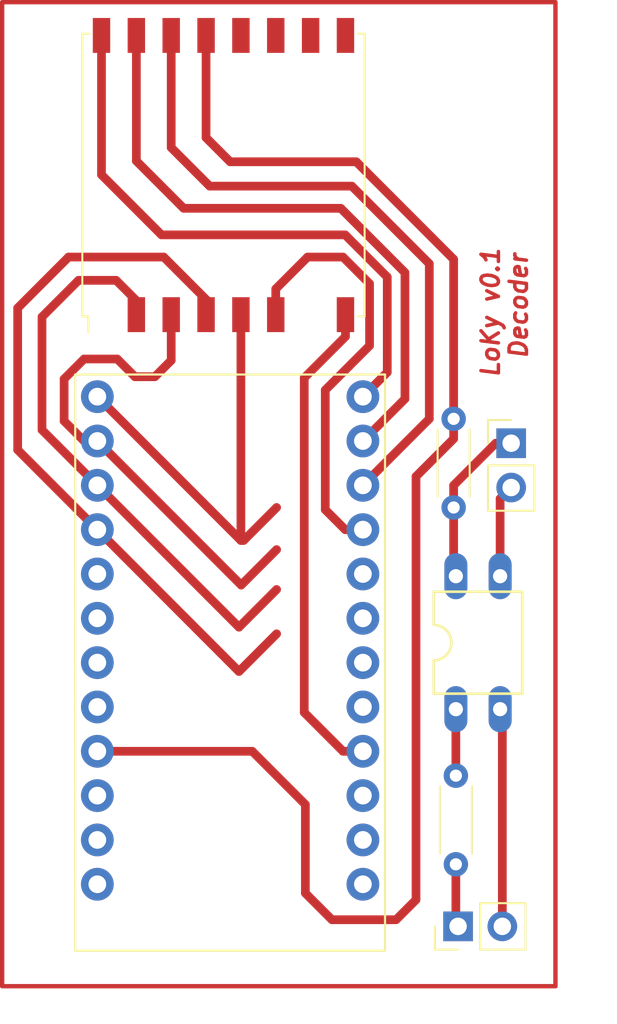
<source format=kicad_pcb>
(kicad_pcb (version 20171130) (host pcbnew "(5.1.9)-1")

  (general
    (thickness 1.6)
    (drawings 3)
    (tracks 101)
    (zones 0)
    (modules 7)
    (nets 45)
  )

  (page A4)
  (layers
    (0 F.Cu signal)
    (31 B.Cu signal)
    (32 B.Adhes user)
    (33 F.Adhes user hide)
    (34 B.Paste user)
    (35 F.Paste user)
    (36 B.SilkS user)
    (37 F.SilkS user)
    (38 B.Mask user)
    (39 F.Mask user hide)
    (40 Dwgs.User user)
    (41 Cmts.User user)
    (42 Eco1.User user)
    (43 Eco2.User user)
    (44 Edge.Cuts user)
    (45 Margin user)
    (46 B.CrtYd user)
    (47 F.CrtYd user)
    (48 B.Fab user)
    (49 F.Fab user hide)
  )

  (setup
    (last_trace_width 0.5)
    (user_trace_width 0.5)
    (trace_clearance 0.2)
    (zone_clearance 3)
    (zone_45_only no)
    (trace_min 0.2)
    (via_size 0.8)
    (via_drill 0.4)
    (via_min_size 0.4)
    (via_min_drill 0.3)
    (uvia_size 0.3)
    (uvia_drill 0.1)
    (uvias_allowed no)
    (uvia_min_size 0.2)
    (uvia_min_drill 0.1)
    (edge_width 0.05)
    (segment_width 0.2)
    (pcb_text_width 0.3)
    (pcb_text_size 1.5 1.5)
    (mod_edge_width 0.12)
    (mod_text_size 1 1)
    (mod_text_width 0.15)
    (pad_size 1.8796 1.8796)
    (pad_drill 0)
    (pad_to_mask_clearance 0)
    (aux_axis_origin 0 0)
    (visible_elements 7FFFEFFF)
    (pcbplotparams
      (layerselection 0x010fc_ffffffff)
      (usegerberextensions false)
      (usegerberattributes true)
      (usegerberadvancedattributes true)
      (creategerberjobfile true)
      (excludeedgelayer true)
      (linewidth 0.100000)
      (plotframeref false)
      (viasonmask false)
      (mode 1)
      (useauxorigin false)
      (hpglpennumber 1)
      (hpglpenspeed 20)
      (hpglpendiameter 15.000000)
      (psnegative false)
      (psa4output false)
      (plotreference true)
      (plotvalue true)
      (plotinvisibletext false)
      (padsonsilk false)
      (subtractmaskfromsilk false)
      (outputformat 1)
      (mirror false)
      (drillshape 1)
      (scaleselection 1)
      (outputdirectory ""))
  )

  (net 0 "")
  (net 1 "Net-(U1-PadJP7_12)")
  (net 2 "Net-(U1-PadJP7_11)")
  (net 3 "Net-(U1-PadJP7_10)")
  (net 4 "Net-(U1-PadJP7_8)")
  (net 5 "Net-(U1-PadJP7_7)")
  (net 6 "Net-(U1-PadJP7_6)")
  (net 7 "Net-(U1-PadJP6_8)")
  (net 8 "Net-(U1-PadJP6_7)")
  (net 9 "Net-(U1-PadJP6_6)")
  (net 10 "Net-(U1-PadJP6_5)")
  (net 11 "Net-(U1-PadJP6_3)")
  (net 12 "Net-(U1-PadJP6_2)")
  (net 13 "Net-(U1-PadJP6_1)")
  (net 14 "Net-(U1-PadJP3_1)")
  (net 15 "Net-(U1-PadJP3_2)")
  (net 16 "Net-(U1-PadJP2_2)")
  (net 17 "Net-(U1-PadJP2_1)")
  (net 18 "Net-(U1-PadJP1_5)")
  (net 19 "Net-(U1-PadJP1_3)")
  (net 20 "Net-(U1-PadJP1_2)")
  (net 21 "Net-(U1-PadJP1_1)")
  (net 22 "Net-(AE1-Pad1)")
  (net 23 "Net-(J1-Pad1)")
  (net 24 "Net-(J1-Pad2)")
  (net 25 /infoTIC_GND)
  (net 26 /infoTIC_TX)
  (net 27 "Net-(OK1-Pad1)")
  (net 28 +3V3)
  (net 29 GNDREF)
  (net 30 /RST)
  (net 31 /DIO2)
  (net 32 /DIO0)
  (net 33 /DIO1)
  (net 34 /SS)
  (net 35 /MOSI)
  (net 36 /MISO)
  (net 37 /SCK)
  (net 38 "Net-(U2-Pad1)")
  (net 39 "Net-(U2-Pad7)")
  (net 40 "Net-(U2-Pad11)")
  (net 41 "Net-(U2-Pad12)")
  (net 42 "Net-(U2-Pad10)")
  (net 43 "Net-(U1-PadJP1_4)")
  (net 44 "Net-(U1-PadJP7_5)")

  (net_class Default "This is the default net class."
    (clearance 0.2)
    (trace_width 0.25)
    (via_dia 0.8)
    (via_drill 0.4)
    (uvia_dia 0.3)
    (uvia_drill 0.1)
    (add_net +3V3)
    (add_net /DIO0)
    (add_net /DIO1)
    (add_net /DIO2)
    (add_net /MISO)
    (add_net /MOSI)
    (add_net /RST)
    (add_net /SCK)
    (add_net /SS)
    (add_net /infoTIC_GND)
    (add_net /infoTIC_TX)
    (add_net GNDREF)
    (add_net "Net-(AE1-Pad1)")
    (add_net "Net-(J1-Pad1)")
    (add_net "Net-(J1-Pad2)")
    (add_net "Net-(OK1-Pad1)")
    (add_net "Net-(U1-PadJP1_1)")
    (add_net "Net-(U1-PadJP1_2)")
    (add_net "Net-(U1-PadJP1_3)")
    (add_net "Net-(U1-PadJP1_4)")
    (add_net "Net-(U1-PadJP1_5)")
    (add_net "Net-(U1-PadJP2_1)")
    (add_net "Net-(U1-PadJP2_2)")
    (add_net "Net-(U1-PadJP3_1)")
    (add_net "Net-(U1-PadJP3_2)")
    (add_net "Net-(U1-PadJP6_1)")
    (add_net "Net-(U1-PadJP6_2)")
    (add_net "Net-(U1-PadJP6_3)")
    (add_net "Net-(U1-PadJP6_5)")
    (add_net "Net-(U1-PadJP6_6)")
    (add_net "Net-(U1-PadJP6_7)")
    (add_net "Net-(U1-PadJP6_8)")
    (add_net "Net-(U1-PadJP7_10)")
    (add_net "Net-(U1-PadJP7_11)")
    (add_net "Net-(U1-PadJP7_12)")
    (add_net "Net-(U1-PadJP7_5)")
    (add_net "Net-(U1-PadJP7_6)")
    (add_net "Net-(U1-PadJP7_7)")
    (add_net "Net-(U1-PadJP7_8)")
    (add_net "Net-(U2-Pad1)")
    (add_net "Net-(U2-Pad10)")
    (add_net "Net-(U2-Pad11)")
    (add_net "Net-(U2-Pad12)")
    (add_net "Net-(U2-Pad7)")
  )

  (module RF_Module:HOPERF_RFM9XW_SMD (layer F.Cu) (tedit 6022E0E5) (tstamp 6023009E)
    (at 152.4 64.008 90)
    (descr "Low Power Long Range Transceiver Module SMD-16 (https://www.hoperf.com/data/upload/portal/20181127/5bfcbea20e9ef.pdf)")
    (tags "LoRa Low Power Long Range Transceiver Module")
    (path /602429BF)
    (attr smd)
    (fp_text reference U2 (at 0 -9.2 90) (layer F.SilkS) hide
      (effects (font (size 1 1) (thickness 0.15)))
    )
    (fp_text value RFM95W (at 0.127 -3.683 90) (layer F.Fab)
      (effects (font (size 1 1) (thickness 0.15)))
    )
    (fp_line (start -7 -8) (end -8 -7) (layer F.Fab) (width 0.1))
    (fp_line (start -8.1 -7.75) (end -9 -7.75) (layer F.SilkS) (width 0.12))
    (fp_line (start -8.1 -8.1) (end -8.1 -7.75) (layer F.SilkS) (width 0.12))
    (fp_line (start 8.1 8.1) (end 8.1 7.7) (layer F.SilkS) (width 0.12))
    (fp_line (start -8.1 8.1) (end 8.1 8.1) (layer F.SilkS) (width 0.12))
    (fp_line (start -8.1 7.7) (end -8.1 8.1) (layer F.SilkS) (width 0.12))
    (fp_line (start 8.1 -8.1) (end 8.1 -7.7) (layer F.SilkS) (width 0.12))
    (fp_line (start -8.1 -8.1) (end 8.1 -8.1) (layer F.SilkS) (width 0.12))
    (fp_line (start -9.25 8.25) (end -9.25 -8.25) (layer F.CrtYd) (width 0.05))
    (fp_line (start -9.25 8.25) (end 9.25 8.25) (layer F.CrtYd) (width 0.05))
    (fp_line (start 9.25 -8.25) (end 9.25 8.25) (layer F.CrtYd) (width 0.05))
    (fp_line (start -9.25 -8.25) (end 9.25 -8.25) (layer F.CrtYd) (width 0.05))
    (fp_line (start -8 8) (end -8 -7) (layer F.Fab) (width 0.1))
    (fp_line (start -8 8) (end 8 8) (layer F.Fab) (width 0.1))
    (fp_line (start 8 8) (end 8 -8) (layer F.Fab) (width 0.1))
    (fp_line (start -7 -8) (end 8 -8) (layer F.Fab) (width 0.1))
    (fp_text user %R (at 0 0 90) (layer F.Fab)
      (effects (font (size 1 1) (thickness 0.15)))
    )
    (pad 16 smd rect (at 8 -7 90) (size 2 1) (layers F.Cu F.Paste F.Mask)
      (net 31 /DIO2))
    (pad 15 smd rect (at 8 -5 90) (size 2 1) (layers F.Cu F.Paste F.Mask)
      (net 33 /DIO1))
    (pad 14 smd rect (at 8 -3 90) (size 2 1) (layers F.Cu F.Paste F.Mask)
      (net 32 /DIO0))
    (pad 13 smd rect (at 8 -1 90) (size 2 1) (layers F.Cu F.Paste F.Mask)
      (net 28 +3V3))
    (pad 12 smd rect (at 8 1 90) (size 2 1) (layers F.Cu F.Paste F.Mask)
      (net 41 "Net-(U2-Pad12)"))
    (pad 11 smd rect (at 8 3 90) (size 2 1) (layers F.Cu F.Paste F.Mask)
      (net 40 "Net-(U2-Pad11)"))
    (pad 10 smd rect (at 8 5 90) (size 2 1) (layers F.Cu F.Paste F.Mask)
      (net 42 "Net-(U2-Pad10)"))
    (pad 9 smd rect (at 8 7 90) (size 2 1) (layers F.Cu F.Paste F.Mask)
      (net 22 "Net-(AE1-Pad1)"))
    (pad 8 smd rect (at -8 7 90) (size 2 1) (layers F.Cu F.Paste F.Mask)
      (net 29 GNDREF))
    (pad 7 connect rect (at -8 5 90) (size 2 1) (layers F.Mask)
      (net 39 "Net-(U2-Pad7)"))
    (pad 6 smd rect (at -8 3 90) (size 2 1) (layers F.Cu F.Paste F.Mask)
      (net 30 /RST))
    (pad 5 smd rect (at -8 1 90) (size 2 1) (layers F.Cu F.Paste F.Mask)
      (net 34 /SS))
    (pad 4 smd rect (at -8 -1 90) (size 2 1) (layers F.Cu F.Paste F.Mask)
      (net 37 /SCK))
    (pad 3 smd rect (at -8 -3 90) (size 2 1) (layers F.Cu F.Paste F.Mask)
      (net 35 /MOSI))
    (pad 2 smd rect (at -8 -5 90) (size 2 1) (layers F.Cu F.Paste F.Mask)
      (net 36 /MISO))
    (pad 1 connect rect (at -8 -7 90) (size 2 1) (layers F.Mask)
      (net 38 "Net-(U2-Pad1)"))
    (model ${KISYS3DMOD}/RF_Module.3dshapes/HOPERF_RFM9XW_SMD.wrl
      (at (xyz 0 0 0))
      (scale (xyz 1 1 1))
      (rotate (xyz 0 0 0))
    )
  )

  (module ARDUINO_PRO_MINI:MODULE_ARDUINO_PRO_MINI (layer F.Cu) (tedit 6022E4A3) (tstamp 6023573C)
    (at 152.781 91.948 180)
    (path /6024145F)
    (fp_text reference U1 (at -5.825 -17.635) (layer F.SilkS) hide
      (effects (font (size 1 1) (thickness 0.015)))
    )
    (fp_text value PRO_MINI (at 5.605 17.865) (layer F.Fab)
      (effects (font (size 1 1) (thickness 0.015)))
    )
    (fp_line (start -8.89 -16.51) (end -8.89 16.51) (layer F.SilkS) (width 0.127))
    (fp_line (start -8.89 16.51) (end 8.89 16.51) (layer F.SilkS) (width 0.127))
    (fp_line (start 8.89 16.51) (end 8.89 -16.51) (layer F.SilkS) (width 0.127))
    (fp_line (start 8.89 -16.51) (end -8.89 -16.51) (layer F.SilkS) (width 0.127))
    (fp_line (start -8.89 -16.51) (end -8.89 16.51) (layer F.Fab) (width 0.127))
    (fp_line (start -8.89 16.51) (end 8.89 16.51) (layer F.Fab) (width 0.127))
    (fp_line (start 8.89 16.51) (end 8.89 -16.51) (layer F.Fab) (width 0.127))
    (fp_line (start 8.89 -16.51) (end -8.89 -16.51) (layer F.Fab) (width 0.127))
    (fp_line (start -9.14 -16.76) (end 9.14 -16.76) (layer F.CrtYd) (width 0.05))
    (fp_line (start 9.14 -16.76) (end 9.14 16.76) (layer F.CrtYd) (width 0.05))
    (fp_line (start 9.14 16.76) (end -9.14 16.76) (layer F.CrtYd) (width 0.05))
    (fp_line (start -9.14 16.76) (end -9.14 -16.76) (layer F.CrtYd) (width 0.05))
    (pad JP1_1 connect circle (at 6.35 -15.24 180) (size 1.8796 1.8796) (layers F.Mask)
      (net 21 "Net-(U1-PadJP1_1)"))
    (pad JP1_2 connect circle (at 3.81 -15.24 180) (size 1.8796 1.8796) (layers F.Mask)
      (net 20 "Net-(U1-PadJP1_2)"))
    (pad JP1_3 connect circle (at 1.27 -15.24 180) (size 1.8796 1.8796) (layers F.Mask)
      (net 19 "Net-(U1-PadJP1_3)"))
    (pad JP1_4 connect circle (at -1.27 -15.24 180) (size 1.8796 1.8796) (layers F.Mask)
      (net 43 "Net-(U1-PadJP1_4)"))
    (pad JP1_5 connect circle (at -3.81 -15.24 180) (size 1.8796 1.8796) (layers F.Mask)
      (net 18 "Net-(U1-PadJP1_5)"))
    (pad JP1_6 connect circle (at -6.35 -15.24 180) (size 1.8796 1.8796) (layers F.Mask)
      (net 18 "Net-(U1-PadJP1_5)"))
    (pad JP2_1 connect circle (at 4.699 -1.397 180) (size 1.8796 1.8796) (layers F.Mask)
      (net 17 "Net-(U1-PadJP2_1)"))
    (pad JP2_2 connect circle (at 4.699 -3.937 180) (size 1.8796 1.8796) (layers F.Mask)
      (net 16 "Net-(U1-PadJP2_2)"))
    (pad JP3_2 connect circle (at 4.699 6.477 180) (size 1.8796 1.8796) (layers F.Mask)
      (net 15 "Net-(U1-PadJP3_2)"))
    (pad JP3_1 connect circle (at 4.699 -9.017 180) (size 1.8796 1.8796) (layers F.Mask)
      (net 14 "Net-(U1-PadJP3_1)"))
    (pad JP6_1 thru_hole circle (at 7.62 -12.7 180) (size 1.8796 1.8796) (drill 1.016) (layers *.Cu *.Mask)
      (net 13 "Net-(U1-PadJP6_1)"))
    (pad JP6_2 thru_hole circle (at 7.62 -10.16 180) (size 1.8796 1.8796) (drill 1.016) (layers *.Cu *.Mask)
      (net 12 "Net-(U1-PadJP6_2)"))
    (pad JP6_3 thru_hole circle (at 7.62 -7.62 180) (size 1.8796 1.8796) (drill 1.016) (layers *.Cu *.Mask)
      (net 11 "Net-(U1-PadJP6_3)"))
    (pad JP6_4 thru_hole circle (at 7.62 -5.08 180) (size 1.8796 1.8796) (drill 1.016) (layers *.Cu *.Mask)
      (net 28 +3V3))
    (pad JP6_5 thru_hole circle (at 7.62 -2.54 180) (size 1.8796 1.8796) (drill 1.016) (layers *.Cu *.Mask)
      (net 10 "Net-(U1-PadJP6_5)"))
    (pad JP6_6 thru_hole circle (at 7.62 0 180) (size 1.8796 1.8796) (drill 1.016) (layers *.Cu *.Mask)
      (net 9 "Net-(U1-PadJP6_6)"))
    (pad JP6_7 thru_hole circle (at 7.62 2.54 180) (size 1.8796 1.8796) (drill 1.016) (layers *.Cu *.Mask)
      (net 8 "Net-(U1-PadJP6_7)"))
    (pad JP6_8 thru_hole circle (at 7.62 5.08 180) (size 1.8796 1.8796) (drill 1.016) (layers *.Cu *.Mask)
      (net 7 "Net-(U1-PadJP6_8)"))
    (pad JP6_9 thru_hole circle (at 7.62 7.62 180) (size 1.8796 1.8796) (drill 1.016) (layers *.Cu *.Mask)
      (net 37 /SCK))
    (pad JP6_10 thru_hole circle (at 7.62 10.16 180) (size 1.8796 1.8796) (drill 1.016) (layers *.Cu *.Mask)
      (net 36 /MISO))
    (pad JP6_11 thru_hole circle (at 7.62 12.7 180) (size 1.8796 1.8796) (drill 1.016) (layers *.Cu *.Mask)
      (net 35 /MOSI))
    (pad JP6_12 thru_hole circle (at 7.62 15.24 180) (size 1.8796 1.8796) (drill 1.016) (layers *.Cu *.Mask)
      (net 34 /SS))
    (pad JP7_1 thru_hole circle (at -7.62 15.24 180) (size 1.8796 1.8796) (drill 1.016) (layers *.Cu *.Mask)
      (net 31 /DIO2))
    (pad JP7_2 thru_hole circle (at -7.62 12.7 180) (size 1.8796 1.8796) (drill 1.016) (layers *.Cu *.Mask)
      (net 33 /DIO1))
    (pad JP7_3 thru_hole circle (at -7.62 10.16 180) (size 1.8796 1.8796) (drill 1.016) (layers *.Cu *.Mask)
      (net 32 /DIO0))
    (pad JP7_4 thru_hole circle (at -7.62 7.62 180) (size 1.8796 1.8796) (drill 1.016) (layers *.Cu *.Mask)
      (net 30 /RST))
    (pad JP7_5 thru_hole circle (at -7.62 5.08 180) (size 1.8796 1.8796) (drill 1.016) (layers *.Cu *.Mask)
      (net 44 "Net-(U1-PadJP7_5)"))
    (pad JP7_6 thru_hole circle (at -7.62 2.54 180) (size 1.8796 1.8796) (drill 1.016) (layers *.Cu *.Mask)
      (net 6 "Net-(U1-PadJP7_6)"))
    (pad JP7_7 thru_hole circle (at -7.62 0 180) (size 1.8796 1.8796) (drill 1.016) (layers *.Cu *.Mask)
      (net 5 "Net-(U1-PadJP7_7)"))
    (pad JP7_8 thru_hole circle (at -7.62 -2.54 180) (size 1.8796 1.8796) (drill 1.016) (layers *.Cu *.Mask)
      (net 4 "Net-(U1-PadJP7_8)"))
    (pad JP7_9 thru_hole circle (at -7.62 -5.08 180) (size 1.8796 1.8796) (drill 1.016) (layers *.Cu *.Mask)
      (net 29 GNDREF))
    (pad JP7_10 thru_hole circle (at -7.62 -7.62 180) (size 1.8796 1.8796) (drill 1.016) (layers *.Cu *.Mask)
      (net 3 "Net-(U1-PadJP7_10)"))
    (pad JP7_11 thru_hole circle (at -7.62 -10.16 180) (size 1.8796 1.8796) (drill 1.016) (layers *.Cu *.Mask)
      (net 2 "Net-(U1-PadJP7_11)"))
    (pad JP7_12 thru_hole circle (at -7.62 -12.7 180) (size 1.8796 1.8796) (drill 1.016) (layers *.Cu *.Mask)
      (net 1 "Net-(U1-PadJP7_12)"))
  )

  (module Connector_PinHeader_2.54mm:PinHeader_1x02_P2.54mm_Vertical (layer F.Cu) (tedit 59FED5CC) (tstamp 6022FFFD)
    (at 165.862 107.061 90)
    (descr "Through hole straight pin header, 1x02, 2.54mm pitch, single row")
    (tags "Through hole pin header THT 1x02 2.54mm single row")
    (path /6023383F)
    (fp_text reference J1 (at 0 -2.33 90) (layer F.SilkS) hide
      (effects (font (size 1 1) (thickness 0.15)))
    )
    (fp_text value " " (at 0 4.87 90) (layer F.Fab)
      (effects (font (size 1 1) (thickness 0.15)))
    )
    (fp_line (start 1.8 -1.8) (end -1.8 -1.8) (layer F.CrtYd) (width 0.05))
    (fp_line (start 1.8 4.35) (end 1.8 -1.8) (layer F.CrtYd) (width 0.05))
    (fp_line (start -1.8 4.35) (end 1.8 4.35) (layer F.CrtYd) (width 0.05))
    (fp_line (start -1.8 -1.8) (end -1.8 4.35) (layer F.CrtYd) (width 0.05))
    (fp_line (start -1.33 -1.33) (end 0 -1.33) (layer F.SilkS) (width 0.12))
    (fp_line (start -1.33 0) (end -1.33 -1.33) (layer F.SilkS) (width 0.12))
    (fp_line (start -1.33 1.27) (end 1.33 1.27) (layer F.SilkS) (width 0.12))
    (fp_line (start 1.33 1.27) (end 1.33 3.87) (layer F.SilkS) (width 0.12))
    (fp_line (start -1.33 1.27) (end -1.33 3.87) (layer F.SilkS) (width 0.12))
    (fp_line (start -1.33 3.87) (end 1.33 3.87) (layer F.SilkS) (width 0.12))
    (fp_line (start -1.27 -0.635) (end -0.635 -1.27) (layer F.Fab) (width 0.1))
    (fp_line (start -1.27 3.81) (end -1.27 -0.635) (layer F.Fab) (width 0.1))
    (fp_line (start 1.27 3.81) (end -1.27 3.81) (layer F.Fab) (width 0.1))
    (fp_line (start 1.27 -1.27) (end 1.27 3.81) (layer F.Fab) (width 0.1))
    (fp_line (start -0.635 -1.27) (end 1.27 -1.27) (layer F.Fab) (width 0.1))
    (fp_text user %R (at 0 1.27) (layer F.Fab)
      (effects (font (size 1 1) (thickness 0.15)))
    )
    (pad 1 thru_hole rect (at 0 0 90) (size 1.7 1.7) (drill 1) (layers *.Cu *.Mask)
      (net 23 "Net-(J1-Pad1)"))
    (pad 2 thru_hole oval (at 0 2.54 90) (size 1.7 1.7) (drill 1) (layers *.Cu *.Mask)
      (net 24 "Net-(J1-Pad2)"))
    (model ${KISYS3DMOD}/Connector_PinHeader_2.54mm.3dshapes/PinHeader_1x02_P2.54mm_Vertical.wrl
      (at (xyz 0 0 0))
      (scale (xyz 1 1 1))
      (rotate (xyz 0 0 0))
    )
  )

  (module Connector_PinHeader_2.54mm:PinHeader_1x02_P2.54mm_Vertical (layer F.Cu) (tedit 59FED5CC) (tstamp 60230D0B)
    (at 168.91 79.375)
    (descr "Through hole straight pin header, 1x02, 2.54mm pitch, single row")
    (tags "Through hole pin header THT 1x02 2.54mm single row")
    (path /6023D362)
    (fp_text reference J2 (at 0 -2.33) (layer F.SilkS) hide
      (effects (font (size 1 1) (thickness 0.15)))
    )
    (fp_text value " " (at 0 4.87) (layer F.Fab)
      (effects (font (size 1 1) (thickness 0.15)))
    )
    (fp_line (start -0.635 -1.27) (end 1.27 -1.27) (layer F.Fab) (width 0.1))
    (fp_line (start 1.27 -1.27) (end 1.27 3.81) (layer F.Fab) (width 0.1))
    (fp_line (start 1.27 3.81) (end -1.27 3.81) (layer F.Fab) (width 0.1))
    (fp_line (start -1.27 3.81) (end -1.27 -0.635) (layer F.Fab) (width 0.1))
    (fp_line (start -1.27 -0.635) (end -0.635 -1.27) (layer F.Fab) (width 0.1))
    (fp_line (start -1.33 3.87) (end 1.33 3.87) (layer F.SilkS) (width 0.12))
    (fp_line (start -1.33 1.27) (end -1.33 3.87) (layer F.SilkS) (width 0.12))
    (fp_line (start 1.33 1.27) (end 1.33 3.87) (layer F.SilkS) (width 0.12))
    (fp_line (start -1.33 1.27) (end 1.33 1.27) (layer F.SilkS) (width 0.12))
    (fp_line (start -1.33 0) (end -1.33 -1.33) (layer F.SilkS) (width 0.12))
    (fp_line (start -1.33 -1.33) (end 0 -1.33) (layer F.SilkS) (width 0.12))
    (fp_line (start -1.8 -1.8) (end -1.8 4.35) (layer F.CrtYd) (width 0.05))
    (fp_line (start -1.8 4.35) (end 1.8 4.35) (layer F.CrtYd) (width 0.05))
    (fp_line (start 1.8 4.35) (end 1.8 -1.8) (layer F.CrtYd) (width 0.05))
    (fp_line (start 1.8 -1.8) (end -1.8 -1.8) (layer F.CrtYd) (width 0.05))
    (fp_text user %R (at 0 1.27 90) (layer F.Fab)
      (effects (font (size 1 1) (thickness 0.15)))
    )
    (pad 2 thru_hole oval (at 0 2.54) (size 1.7 1.7) (drill 1) (layers *.Cu *.Mask)
      (net 25 /infoTIC_GND))
    (pad 1 thru_hole rect (at 0 0) (size 1.7 1.7) (drill 1) (layers *.Cu *.Mask)
      (net 26 /infoTIC_TX))
    (model ${KISYS3DMOD}/Connector_PinHeader_2.54mm.3dshapes/PinHeader_1x02_P2.54mm_Vertical.wrl
      (at (xyz 0 0 0))
      (scale (xyz 1 1 1))
      (rotate (xyz 0 0 0))
    )
  )

  (module PC814:DIL04 (layer F.Cu) (tedit 60227CC4) (tstamp 60230021)
    (at 167.005 90.805)
    (descr "<b>Dual In Line Package</b>")
    (path /602580C8)
    (fp_text reference " " (at 0.254 0.127 90) (layer F.SilkS)
      (effects (font (size 1.000126 1.000126) (thickness 0.015)))
    )
    (fp_text value PC814 (at 0 -0.127 90) (layer F.Fab)
      (effects (font (size 1.00111 1.00111) (thickness 0.015)))
    )
    (fp_line (start -2.54 2.921) (end -2.54 1.016) (layer F.SilkS) (width 0.1524))
    (fp_line (start -2.54 -2.921) (end -2.54 -1.016) (layer F.SilkS) (width 0.1524))
    (fp_line (start 2.54 -2.921) (end 2.54 2.921) (layer F.SilkS) (width 0.1524))
    (fp_line (start -2.54 2.921) (end 2.54 2.921) (layer F.SilkS) (width 0.1524))
    (fp_line (start 2.54 -2.921) (end -2.54 -2.921) (layer F.SilkS) (width 0.1524))
    (fp_arc (start -2.54 0) (end -2.54 1.016) (angle -180) (layer F.SilkS) (width 0.1524))
    (pad 1 thru_hole oval (at -1.27 3.81) (size 1.3208 2.6416) (drill 0.8128) (layers *.Cu *.Mask)
      (net 27 "Net-(OK1-Pad1)"))
    (pad 2 thru_hole oval (at 1.27 3.81) (size 1.3208 2.6416) (drill 0.8128) (layers *.Cu *.Mask)
      (net 24 "Net-(J1-Pad2)"))
    (pad 3 thru_hole oval (at 1.27 -3.81) (size 1.3208 2.6416) (drill 0.8128) (layers *.Cu *.Mask)
      (net 25 /infoTIC_GND))
    (pad 4 thru_hole oval (at -1.27 -3.81) (size 1.3208 2.6416) (drill 0.8128) (layers *.Cu *.Mask)
      (net 26 /infoTIC_TX))
  )

  (module Resistor_THT:R_Axial_DIN0204_L3.6mm_D1.6mm_P5.08mm_Horizontal (layer F.Cu) (tedit 5AE5139B) (tstamp 60232196)
    (at 165.735 98.425 270)
    (descr "Resistor, Axial_DIN0204 series, Axial, Horizontal, pin pitch=5.08mm, 0.167W, length*diameter=3.6*1.6mm^2, http://cdn-reichelt.de/documents/datenblatt/B400/1_4W%23YAG.pdf")
    (tags "Resistor Axial_DIN0204 series Axial Horizontal pin pitch 5.08mm 0.167W length 3.6mm diameter 1.6mm")
    (path /6022FEC0)
    (fp_text reference R1 (at 2.54 -1.92 90) (layer F.SilkS) hide
      (effects (font (size 1 1) (thickness 0.15)))
    )
    (fp_text value 1.2K (at 2.286 -2.921 90) (layer F.Fab)
      (effects (font (size 1 1) (thickness 0.15)))
    )
    (fp_line (start 0.74 -0.8) (end 0.74 0.8) (layer F.Fab) (width 0.1))
    (fp_line (start 0.74 0.8) (end 4.34 0.8) (layer F.Fab) (width 0.1))
    (fp_line (start 4.34 0.8) (end 4.34 -0.8) (layer F.Fab) (width 0.1))
    (fp_line (start 4.34 -0.8) (end 0.74 -0.8) (layer F.Fab) (width 0.1))
    (fp_line (start 0 0) (end 0.74 0) (layer F.Fab) (width 0.1))
    (fp_line (start 5.08 0) (end 4.34 0) (layer F.Fab) (width 0.1))
    (fp_line (start 0.62 -0.92) (end 4.46 -0.92) (layer F.SilkS) (width 0.12))
    (fp_line (start 0.62 0.92) (end 4.46 0.92) (layer F.SilkS) (width 0.12))
    (fp_line (start -0.95 -1.05) (end -0.95 1.05) (layer F.CrtYd) (width 0.05))
    (fp_line (start -0.95 1.05) (end 6.03 1.05) (layer F.CrtYd) (width 0.05))
    (fp_line (start 6.03 1.05) (end 6.03 -1.05) (layer F.CrtYd) (width 0.05))
    (fp_line (start 6.03 -1.05) (end -0.95 -1.05) (layer F.CrtYd) (width 0.05))
    (fp_text user %R (at 2.54 0 90) (layer F.Fab)
      (effects (font (size 0.72 0.72) (thickness 0.108)))
    )
    (pad 2 thru_hole oval (at 5.08 0 270) (size 1.4 1.4) (drill 0.7) (layers *.Cu *.Mask)
      (net 23 "Net-(J1-Pad1)"))
    (pad 1 thru_hole circle (at 0 0 270) (size 1.4 1.4) (drill 0.7) (layers *.Cu *.Mask)
      (net 27 "Net-(OK1-Pad1)"))
    (model ${KISYS3DMOD}/Resistor_THT.3dshapes/R_Axial_DIN0204_L3.6mm_D1.6mm_P5.08mm_Horizontal.wrl
      (at (xyz 0 0 0))
      (scale (xyz 1 1 1))
      (rotate (xyz 0 0 0))
    )
  )

  (module Resistor_THT:R_Axial_DIN0204_L3.6mm_D1.6mm_P5.08mm_Horizontal (layer F.Cu) (tedit 5AE5139B) (tstamp 60230047)
    (at 165.608 77.978 270)
    (descr "Resistor, Axial_DIN0204 series, Axial, Horizontal, pin pitch=5.08mm, 0.167W, length*diameter=3.6*1.6mm^2, http://cdn-reichelt.de/documents/datenblatt/B400/1_4W%23YAG.pdf")
    (tags "Resistor Axial_DIN0204 series Axial Horizontal pin pitch 5.08mm 0.167W length 3.6mm diameter 1.6mm")
    (path /60270919)
    (fp_text reference R3 (at 2.54 -0.127 90) (layer F.SilkS) hide
      (effects (font (size 1 1) (thickness 0.15)))
    )
    (fp_text value 3.3K (at 2.54 1.92 90) (layer F.Fab)
      (effects (font (size 1 1) (thickness 0.15)))
    )
    (fp_line (start 6.03 -1.05) (end -0.95 -1.05) (layer F.CrtYd) (width 0.05))
    (fp_line (start 6.03 1.05) (end 6.03 -1.05) (layer F.CrtYd) (width 0.05))
    (fp_line (start -0.95 1.05) (end 6.03 1.05) (layer F.CrtYd) (width 0.05))
    (fp_line (start -0.95 -1.05) (end -0.95 1.05) (layer F.CrtYd) (width 0.05))
    (fp_line (start 0.62 0.92) (end 4.46 0.92) (layer F.SilkS) (width 0.12))
    (fp_line (start 0.62 -0.92) (end 4.46 -0.92) (layer F.SilkS) (width 0.12))
    (fp_line (start 5.08 0) (end 4.34 0) (layer F.Fab) (width 0.1))
    (fp_line (start 0 0) (end 0.74 0) (layer F.Fab) (width 0.1))
    (fp_line (start 4.34 -0.8) (end 0.74 -0.8) (layer F.Fab) (width 0.1))
    (fp_line (start 4.34 0.8) (end 4.34 -0.8) (layer F.Fab) (width 0.1))
    (fp_line (start 0.74 0.8) (end 4.34 0.8) (layer F.Fab) (width 0.1))
    (fp_line (start 0.74 -0.8) (end 0.74 0.8) (layer F.Fab) (width 0.1))
    (fp_text user %R (at 2.54 0 90) (layer F.Fab)
      (effects (font (size 0.72 0.72) (thickness 0.108)))
    )
    (pad 1 thru_hole circle (at 0 0 270) (size 1.4 1.4) (drill 0.7) (layers *.Cu *.Mask)
      (net 28 +3V3))
    (pad 2 thru_hole oval (at 5.08 0 270) (size 1.4 1.4) (drill 0.7) (layers *.Cu *.Mask)
      (net 26 /infoTIC_TX))
    (model ${KISYS3DMOD}/Resistor_THT.3dshapes/R_Axial_DIN0204_L3.6mm_D1.6mm_P5.08mm_Horizontal.wrl
      (at (xyz 0 0 0))
      (scale (xyz 1 1 1))
      (rotate (xyz 0 0 0))
    )
  )

  (dimension 56.388 (width 0.15) (layer Dwgs.User)
    (gr_text "56.388 mm" (at 173.639 82.296 90) (layer Dwgs.User)
      (effects (font (size 1 1) (thickness 0.15)))
    )
    (feature1 (pts (xy 171.45 54.102) (xy 172.925421 54.102)))
    (feature2 (pts (xy 171.45 110.49) (xy 172.925421 110.49)))
    (crossbar (pts (xy 172.339 110.49) (xy 172.339 54.102)))
    (arrow1a (pts (xy 172.339 54.102) (xy 172.925421 55.228504)))
    (arrow1b (pts (xy 172.339 54.102) (xy 171.752579 55.228504)))
    (arrow2a (pts (xy 172.339 110.49) (xy 172.925421 109.363496)))
    (arrow2b (pts (xy 172.339 110.49) (xy 171.752579 109.363496)))
  )
  (dimension 31.75 (width 0.15) (layer Dwgs.User)
    (gr_text "31.750 mm" (at 155.575 113.314) (layer Dwgs.User)
      (effects (font (size 1 1) (thickness 0.15)))
    )
    (feature1 (pts (xy 171.45 110.49) (xy 171.45 112.600421)))
    (feature2 (pts (xy 139.7 110.49) (xy 139.7 112.600421)))
    (crossbar (pts (xy 139.7 112.014) (xy 171.45 112.014)))
    (arrow1a (pts (xy 171.45 112.014) (xy 170.323496 112.600421)))
    (arrow1b (pts (xy 171.45 112.014) (xy 170.323496 111.427579)))
    (arrow2a (pts (xy 139.7 112.014) (xy 140.826504 112.600421)))
    (arrow2b (pts (xy 139.7 112.014) (xy 140.826504 111.427579)))
  )
  (gr_text "LoKy v0.1 \nDecoder" (at 168.529 71.501 90) (layer F.Cu)
    (effects (font (size 1 1) (thickness 0.2) italic))
  )

  (segment (start 139.7 110.49) (end 171.45 110.49) (width 0.25) (layer F.Cu) (net 0))
  (segment (start 171.45 110.49) (end 171.45 54.102) (width 0.25) (layer F.Cu) (net 0))
  (segment (start 171.45 54.102) (end 139.7 54.102) (width 0.25) (layer F.Cu) (net 0))
  (segment (start 139.7 54.102) (end 139.7 110.49) (width 0.25) (layer F.Cu) (net 0))
  (segment (start 165.735 106.934) (end 165.862 107.061) (width 0.5) (layer F.Cu) (net 23))
  (segment (start 165.735 103.505) (end 165.735 106.934) (width 0.5) (layer F.Cu) (net 23))
  (segment (start 168.402 94.742) (end 168.275 94.615) (width 0.5) (layer F.Cu) (net 24))
  (segment (start 168.402 107.061) (end 168.402 94.742) (width 0.5) (layer F.Cu) (net 24))
  (segment (start 168.275 82.55) (end 168.91 81.915) (width 0.5) (layer F.Cu) (net 25))
  (segment (start 168.275 86.995) (end 168.275 82.55) (width 0.5) (layer F.Cu) (net 25))
  (segment (start 165.608 86.868) (end 165.735 86.995) (width 0.5) (layer F.Cu) (net 26))
  (segment (start 165.608 83.058) (end 165.608 86.868) (width 0.5) (layer F.Cu) (net 26))
  (segment (start 165.608 83.058) (end 165.608 81.788) (width 0.5) (layer F.Cu) (net 26))
  (segment (start 168.021 79.375) (end 168.91 79.375) (width 0.5) (layer F.Cu) (net 26))
  (segment (start 165.608 81.788) (end 168.021 79.375) (width 0.5) (layer F.Cu) (net 26))
  (segment (start 165.735 94.615) (end 165.735 98.425) (width 0.5) (layer F.Cu) (net 27))
  (segment (start 154.051 97.028) (end 145.161 97.028) (width 0.5) (layer F.Cu) (net 28))
  (segment (start 157.099 105.156) (end 157.099 100.076) (width 0.5) (layer F.Cu) (net 28))
  (segment (start 157.099 100.076) (end 154.051 97.028) (width 0.5) (layer F.Cu) (net 28))
  (segment (start 158.623 106.68) (end 157.099 105.156) (width 0.5) (layer F.Cu) (net 28))
  (segment (start 162.306 106.68) (end 158.623 106.68) (width 0.5) (layer F.Cu) (net 28))
  (segment (start 163.449 105.537) (end 162.306 106.68) (width 0.5) (layer F.Cu) (net 28))
  (segment (start 163.449 81.28) (end 163.449 105.537) (width 0.5) (layer F.Cu) (net 28))
  (segment (start 165.608 79.121) (end 163.449 81.28) (width 0.5) (layer F.Cu) (net 28))
  (segment (start 165.608 77.978) (end 165.608 79.121) (width 0.5) (layer F.Cu) (net 28))
  (segment (start 160.02 63.246) (end 165.608 68.834) (width 0.5) (layer F.Cu) (net 28))
  (segment (start 152.781 63.246) (end 160.02 63.246) (width 0.5) (layer F.Cu) (net 28))
  (segment (start 151.4 61.865) (end 152.781 63.246) (width 0.5) (layer F.Cu) (net 28))
  (segment (start 165.608 68.834) (end 165.608 77.978) (width 0.5) (layer F.Cu) (net 28))
  (segment (start 151.4 56.008) (end 151.4 61.865) (width 0.5) (layer F.Cu) (net 28))
  (segment (start 157.0355 94.8055) (end 159.258 97.028) (width 0.5) (layer F.Cu) (net 29))
  (segment (start 159.258 97.028) (end 160.401 97.028) (width 0.5) (layer F.Cu) (net 29))
  (segment (start 157.0355 75.6285) (end 157.0355 94.8055) (width 0.5) (layer F.Cu) (net 29))
  (segment (start 159.4 73.264) (end 157.0355 75.6285) (width 0.5) (layer F.Cu) (net 29))
  (segment (start 159.4 72.008) (end 159.4 73.264) (width 0.5) (layer F.Cu) (net 29))
  (segment (start 159.258 68.707) (end 160.782 70.231) (width 0.5) (layer F.Cu) (net 30))
  (segment (start 157.226 68.707) (end 159.258 68.707) (width 0.5) (layer F.Cu) (net 30))
  (segment (start 155.4 70.533) (end 157.226 68.707) (width 0.5) (layer F.Cu) (net 30))
  (segment (start 155.4 72.008) (end 155.4 70.533) (width 0.5) (layer F.Cu) (net 30))
  (segment (start 160.782 70.231) (end 160.782 73.787) (width 0.5) (layer F.Cu) (net 30))
  (segment (start 158.242 76.327) (end 160.782 73.787) (width 0.5) (layer F.Cu) (net 30))
  (segment (start 158.242 76.327) (end 158.242 83.185) (width 0.5) (layer F.Cu) (net 30))
  (segment (start 159.385 84.328) (end 160.401 84.328) (width 0.5) (layer F.Cu) (net 30))
  (segment (start 158.242 83.185) (end 159.385 84.328) (width 0.5) (layer F.Cu) (net 30))
  (segment (start 145.4 56.5) (end 145.4 56.008) (width 0.25) (layer F.Cu) (net 31))
  (segment (start 161.798 75.311) (end 160.401 76.708) (width 0.5) (layer F.Cu) (net 31))
  (segment (start 161.798 69.85) (end 161.798 75.311) (width 0.5) (layer F.Cu) (net 31))
  (segment (start 159.385 67.437) (end 161.798 69.85) (width 0.5) (layer F.Cu) (net 31))
  (segment (start 148.844 67.437) (end 159.385 67.437) (width 0.5) (layer F.Cu) (net 31))
  (segment (start 145.4 63.993) (end 148.844 67.437) (width 0.5) (layer F.Cu) (net 31))
  (segment (start 145.4 56.008) (end 145.4 63.993) (width 0.5) (layer F.Cu) (net 31))
  (segment (start 164.211 77.978) (end 160.401 81.788) (width 0.5) (layer F.Cu) (net 32))
  (segment (start 164.211 69.088) (end 164.211 77.978) (width 0.5) (layer F.Cu) (net 32))
  (segment (start 159.766 64.643) (end 164.211 69.088) (width 0.5) (layer F.Cu) (net 32))
  (segment (start 151.607 64.643) (end 159.766 64.643) (width 0.5) (layer F.Cu) (net 32))
  (segment (start 149.4 62.436) (end 151.607 64.643) (width 0.5) (layer F.Cu) (net 32))
  (segment (start 149.4 56.008) (end 149.4 62.436) (width 0.5) (layer F.Cu) (net 32))
  (segment (start 162.814 69.596) (end 162.814 76.835) (width 0.5) (layer F.Cu) (net 33))
  (segment (start 150.114 65.913) (end 159.131 65.913) (width 0.5) (layer F.Cu) (net 33))
  (segment (start 162.814 76.835) (end 160.401 79.248) (width 0.5) (layer F.Cu) (net 33))
  (segment (start 159.131 65.913) (end 162.814 69.596) (width 0.5) (layer F.Cu) (net 33))
  (segment (start 147.4 63.199) (end 150.114 65.913) (width 0.5) (layer F.Cu) (net 33))
  (segment (start 147.4 56.008) (end 147.4 63.199) (width 0.5) (layer F.Cu) (net 33))
  (segment (start 151.765 83.312) (end 145.161 76.708) (width 0.5) (layer F.Cu) (net 34))
  (segment (start 153.4 84.947) (end 151.765 83.312) (width 0.5) (layer F.Cu) (net 34))
  (segment (start 153.4 72.008) (end 153.4 84.947) (width 0.5) (layer F.Cu) (net 34))
  (segment (start 153.4 84.947) (end 153.432 84.947) (width 0.5) (layer F.Cu) (net 34))
  (segment (start 153.4 84.947) (end 153.559 84.947) (width 0.5) (layer F.Cu) (net 34))
  (segment (start 153.559 84.947) (end 155.448 83.058) (width 0.5) (layer F.Cu) (net 34))
  (segment (start 149.4 72.008) (end 149.4 72.318002) (width 0.5) (layer F.Cu) (net 35))
  (segment (start 145.161 79.248) (end 151.638 85.725) (width 0.5) (layer F.Cu) (net 35))
  (segment (start 151.638 85.725) (end 153.416 87.503) (width 0.5) (layer F.Cu) (net 35))
  (segment (start 153.416 87.503) (end 155.448 85.471) (width 0.5) (layer F.Cu) (net 35))
  (segment (start 144.399 79.248) (end 145.161 79.248) (width 0.5) (layer F.Cu) (net 35))
  (segment (start 143.256 78.105) (end 144.399 79.248) (width 0.5) (layer F.Cu) (net 35))
  (segment (start 143.256 75.692) (end 143.256 78.105) (width 0.5) (layer F.Cu) (net 35))
  (segment (start 144.399 74.549) (end 143.256 75.692) (width 0.5) (layer F.Cu) (net 35))
  (segment (start 146.304 74.549) (end 144.399 74.549) (width 0.5) (layer F.Cu) (net 35))
  (segment (start 148.463 75.565) (end 147.32 75.565) (width 0.5) (layer F.Cu) (net 35))
  (segment (start 149.4 74.628) (end 148.463 75.565) (width 0.5) (layer F.Cu) (net 35))
  (segment (start 147.32 75.565) (end 146.304 74.549) (width 0.5) (layer F.Cu) (net 35))
  (segment (start 149.4 72.008) (end 149.4 74.628) (width 0.5) (layer F.Cu) (net 35))
  (segment (start 145.161 81.788) (end 151.511 88.138) (width 0.5) (layer F.Cu) (net 36))
  (segment (start 151.511 88.138) (end 153.289 89.916) (width 0.5) (layer F.Cu) (net 36))
  (segment (start 153.289 89.916) (end 155.448 87.757) (width 0.5) (layer F.Cu) (net 36))
  (segment (start 141.986 78.613) (end 141.986 72.136) (width 0.5) (layer F.Cu) (net 36))
  (segment (start 145.161 81.788) (end 141.986 78.613) (width 0.5) (layer F.Cu) (net 36))
  (segment (start 141.986 72.136) (end 144.0815 70.0405) (width 0.5) (layer F.Cu) (net 36))
  (segment (start 147.4 71.2) (end 146.2405 70.0405) (width 0.5) (layer F.Cu) (net 36))
  (segment (start 147.4 72.008) (end 147.4 71.2) (width 0.5) (layer F.Cu) (net 36))
  (segment (start 144.0815 70.0405) (end 146.2405 70.0405) (width 0.5) (layer F.Cu) (net 36))
  (segment (start 151.4 71.697998) (end 151.4 72.008) (width 0.5) (layer F.Cu) (net 37))
  (segment (start 145.161 84.328) (end 151.638 90.805) (width 0.5) (layer F.Cu) (net 37))
  (segment (start 151.638 90.805) (end 153.289 92.456) (width 0.5) (layer F.Cu) (net 37))
  (segment (start 153.289 92.456) (end 155.448 90.297) (width 0.5) (layer F.Cu) (net 37))
  (segment (start 151.4 71.136) (end 151.4 72.008) (width 0.5) (layer F.Cu) (net 37))
  (segment (start 148.971 68.707) (end 151.4 71.136) (width 0.5) (layer F.Cu) (net 37))
  (segment (start 143.51 68.707) (end 148.971 68.707) (width 0.5) (layer F.Cu) (net 37))
  (segment (start 140.589 71.628) (end 143.51 68.707) (width 0.5) (layer F.Cu) (net 37))
  (segment (start 140.589 79.756) (end 140.589 71.628) (width 0.5) (layer F.Cu) (net 37))
  (segment (start 145.161 84.328) (end 140.589 79.756) (width 0.5) (layer F.Cu) (net 37))

)

</source>
